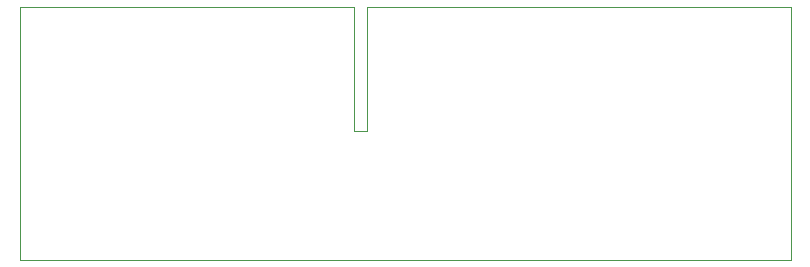
<source format=gbr>
%TF.GenerationSoftware,KiCad,Pcbnew,(6.0.0)*%
%TF.CreationDate,2022-11-25T01:18:30+00:00*%
%TF.ProjectId,CPC464-2MINI-EDGE,43504334-3634-42d3-924d-494e492d4544,rev?*%
%TF.SameCoordinates,Original*%
%TF.FileFunction,Profile,NP*%
%FSLAX46Y46*%
G04 Gerber Fmt 4.6, Leading zero omitted, Abs format (unit mm)*
G04 Created by KiCad (PCBNEW (6.0.0)) date 2022-11-25 01:18:30*
%MOMM*%
%LPD*%
G01*
G04 APERTURE LIST*
%TA.AperFunction,Profile*%
%ADD10C,0.100000*%
%TD*%
G04 APERTURE END LIST*
D10*
X190195200Y-47345600D02*
X190195200Y-64820800D01*
X255440000Y-64820800D02*
X190195200Y-64820800D01*
X255440000Y-43408600D02*
X255440000Y-55473600D01*
X219565400Y-53907800D02*
X218465400Y-53907800D01*
X219565400Y-43408600D02*
X255440000Y-43408600D01*
X217017600Y-43408600D02*
X190881000Y-43408600D01*
X190881000Y-43408600D02*
X190195200Y-43408600D01*
X217017600Y-43408600D02*
X218465400Y-43408600D01*
X190195200Y-47345600D02*
X190195200Y-43408600D01*
X255440000Y-55473600D02*
X255440000Y-64820800D01*
X218465400Y-43408600D02*
X218465400Y-53907800D01*
X219565400Y-53907800D02*
X219565400Y-43408600D01*
M02*

</source>
